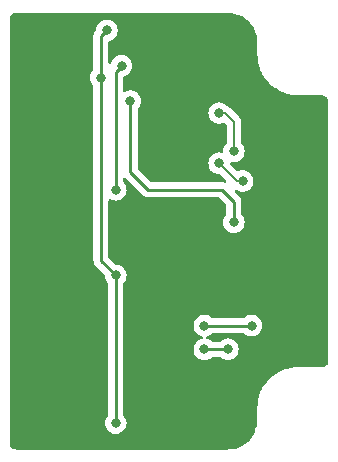
<source format=gbr>
%TF.GenerationSoftware,KiCad,Pcbnew,5.99.0-unknown-ad1ee958b0~131~ubuntu20.04.1*%
%TF.CreationDate,2021-09-09T23:45:53+08:00*%
%TF.ProjectId,di-mipi-lcd,64692d6d-6970-4692-9d6c-63642e6b6963,rev?*%
%TF.SameCoordinates,Original*%
%TF.FileFunction,Copper,L2,Bot*%
%TF.FilePolarity,Positive*%
%FSLAX46Y46*%
G04 Gerber Fmt 4.6, Leading zero omitted, Abs format (unit mm)*
G04 Created by KiCad (PCBNEW 5.99.0-unknown-ad1ee958b0~131~ubuntu20.04.1) date 2021-09-09 23:45:53*
%MOMM*%
%LPD*%
G01*
G04 APERTURE LIST*
%TA.AperFunction,ViaPad*%
%ADD10C,0.800000*%
%TD*%
%TA.AperFunction,Conductor*%
%ADD11C,0.250000*%
%TD*%
%TA.AperFunction,Conductor*%
%ADD12C,0.200000*%
%TD*%
G04 APERTURE END LIST*
D10*
%TO.N,GND*%
X134000000Y-123000000D03*
X134000000Y-105000000D03*
X150000000Y-134000000D03*
X156000000Y-117000000D03*
X149000000Y-105000000D03*
X151000000Y-101000000D03*
X147000000Y-105000000D03*
X137000000Y-121000000D03*
X156000000Y-115000000D03*
X134000000Y-109000000D03*
X137000000Y-123000000D03*
X147000000Y-132000000D03*
X134000000Y-111000000D03*
X134000000Y-117000000D03*
X147500000Y-122750000D03*
X156000000Y-123000000D03*
X156000000Y-113000000D03*
X147000000Y-134000000D03*
X156000000Y-119000000D03*
X134000000Y-121000000D03*
X134000000Y-131000000D03*
X137000000Y-119000000D03*
X151000000Y-103000000D03*
X151000000Y-105000000D03*
X150000000Y-132000000D03*
X134000000Y-119000000D03*
X134000000Y-103000000D03*
X156000000Y-111000000D03*
X156000000Y-121000000D03*
X137000000Y-125000000D03*
X134000000Y-107000000D03*
X143000000Y-134000000D03*
X134000000Y-125000000D03*
X137000000Y-117000000D03*
%TO.N,+3V3*%
X140500000Y-133250000D03*
X139250000Y-104000000D03*
X139750000Y-100000000D03*
X140500000Y-120750000D03*
%TO.N,/DSI-RST*%
X141750000Y-106000000D03*
X150500000Y-116250000D03*
%TO.N,/DSI-CKP*%
X149250000Y-107000000D03*
X150500000Y-110250000D03*
%TO.N,/DSI-DP0*%
X151250000Y-112750000D03*
X149250000Y-111250000D03*
%TO.N,/BL-PWM*%
X140500000Y-113500000D03*
X141000000Y-103000000D03*
%TO.N,/TP-SDA*%
X148000000Y-127000000D03*
X150000000Y-127000000D03*
%TO.N,/TP-RST*%
X148000000Y-125000000D03*
X152000000Y-125000000D03*
%TD*%
D11*
%TO.N,+3V3*%
X140500000Y-133250000D02*
X140500000Y-120750000D01*
X139250000Y-119500000D02*
X140500000Y-120750000D01*
X139250000Y-100500000D02*
X139750000Y-100000000D01*
X139250000Y-104000000D02*
X139250000Y-100500000D01*
X139250000Y-104000000D02*
X139250000Y-119500000D01*
%TO.N,/DSI-RST*%
X141750000Y-112000000D02*
X143250000Y-113500000D01*
X141750000Y-106000000D02*
X141750000Y-112000000D01*
X149500000Y-113500000D02*
X150500000Y-114500000D01*
X143250000Y-113500000D02*
X149500000Y-113500000D01*
X150500000Y-114500000D02*
X150500000Y-116250000D01*
D12*
%TO.N,/DSI-CKP*%
X149750000Y-107000000D02*
X150500000Y-107750000D01*
X150500000Y-107750000D02*
X150500000Y-110250000D01*
X149250000Y-107000000D02*
X149750000Y-107000000D01*
%TO.N,/DSI-DP0*%
X149250000Y-111250000D02*
X150750000Y-112750000D01*
X150750000Y-112750000D02*
X151250000Y-112750000D01*
D11*
%TO.N,/BL-PWM*%
X140500000Y-103500000D02*
X141000000Y-103000000D01*
X140500000Y-113500000D02*
X140500000Y-103500000D01*
%TO.N,/TP-SDA*%
X148000000Y-127000000D02*
X150000000Y-127000000D01*
%TO.N,/TP-RST*%
X148000000Y-125000000D02*
X152000000Y-125000000D01*
%TD*%
%TA.AperFunction,Conductor*%
%TO.N,GND*%
G36*
X149970057Y-98509500D02*
G01*
X149984858Y-98511805D01*
X149984861Y-98511805D01*
X149993730Y-98513186D01*
X150010899Y-98510941D01*
X150034839Y-98510108D01*
X150292770Y-98525710D01*
X150307874Y-98527544D01*
X150378648Y-98540514D01*
X150588879Y-98579040D01*
X150603641Y-98582678D01*
X150876408Y-98667675D01*
X150890627Y-98673069D01*
X151151140Y-98790316D01*
X151164609Y-98797385D01*
X151409095Y-98945182D01*
X151421617Y-98953825D01*
X151646507Y-99130016D01*
X151657895Y-99140106D01*
X151859894Y-99342105D01*
X151869984Y-99353493D01*
X152046175Y-99578383D01*
X152054818Y-99590905D01*
X152202615Y-99835391D01*
X152209684Y-99848860D01*
X152280661Y-100006565D01*
X152326930Y-100109370D01*
X152332325Y-100123592D01*
X152388314Y-100303266D01*
X152417321Y-100396353D01*
X152420960Y-100411121D01*
X152443812Y-100535819D01*
X152472456Y-100692126D01*
X152474290Y-100707230D01*
X152489455Y-100957929D01*
X152488198Y-100984639D01*
X152488195Y-100984859D01*
X152486814Y-100993730D01*
X152487978Y-101002632D01*
X152487978Y-101002635D01*
X152490936Y-101025251D01*
X152492000Y-101041589D01*
X152492000Y-101946793D01*
X152490254Y-101967697D01*
X152486929Y-101987461D01*
X152486776Y-102000000D01*
X152487467Y-102004828D01*
X152487475Y-102004947D01*
X152488575Y-102016417D01*
X152504681Y-102344259D01*
X152555256Y-102685202D01*
X152556006Y-102688196D01*
X152637467Y-103013406D01*
X152639005Y-103019547D01*
X152640042Y-103022446D01*
X152640045Y-103022455D01*
X152676622Y-103124679D01*
X152755122Y-103344073D01*
X152756438Y-103346856D01*
X152756442Y-103346865D01*
X152892592Y-103634729D01*
X152902489Y-103655654D01*
X152904072Y-103658295D01*
X153078098Y-103948641D01*
X153078104Y-103948650D01*
X153079687Y-103951291D01*
X153081530Y-103953776D01*
X153251805Y-104183365D01*
X153285009Y-104228136D01*
X153516478Y-104483522D01*
X153771864Y-104714991D01*
X153774347Y-104716832D01*
X153774350Y-104716835D01*
X153963905Y-104857418D01*
X154048709Y-104920313D01*
X154051350Y-104921896D01*
X154051359Y-104921902D01*
X154198254Y-105009947D01*
X154344346Y-105097511D01*
X154347125Y-105098825D01*
X154347128Y-105098827D01*
X154653135Y-105243558D01*
X154653144Y-105243562D01*
X154655927Y-105244878D01*
X154818190Y-105302937D01*
X154977545Y-105359955D01*
X154977554Y-105359958D01*
X154980453Y-105360995D01*
X154983449Y-105361745D01*
X154983454Y-105361747D01*
X155269644Y-105433434D01*
X155314798Y-105444744D01*
X155655741Y-105495319D01*
X155658827Y-105495471D01*
X155658831Y-105495471D01*
X155967828Y-105510651D01*
X155982544Y-105512244D01*
X155987461Y-105513071D01*
X155993959Y-105513150D01*
X155995141Y-105513165D01*
X155995145Y-105513165D01*
X156000000Y-105513224D01*
X156027588Y-105509273D01*
X156045451Y-105508000D01*
X157950673Y-105508000D01*
X157970057Y-105509500D01*
X157984858Y-105511805D01*
X157984862Y-105511805D01*
X157993731Y-105513186D01*
X158002633Y-105512022D01*
X158002637Y-105512022D01*
X158002733Y-105512009D01*
X158033170Y-105511738D01*
X158095375Y-105518746D01*
X158122882Y-105525024D01*
X158200071Y-105552034D01*
X158225491Y-105564276D01*
X158294738Y-105607787D01*
X158316797Y-105625379D01*
X158374621Y-105683203D01*
X158392213Y-105705262D01*
X158435724Y-105774509D01*
X158447966Y-105799930D01*
X158474975Y-105877117D01*
X158481254Y-105904624D01*
X158487522Y-105960251D01*
X158488305Y-105975897D01*
X158488196Y-105984855D01*
X158486814Y-105993729D01*
X158488493Y-106006565D01*
X158490936Y-106025250D01*
X158492000Y-106041588D01*
X158492000Y-127950673D01*
X158490500Y-127970057D01*
X158488195Y-127984858D01*
X158488195Y-127984862D01*
X158486814Y-127993731D01*
X158487978Y-128002633D01*
X158487978Y-128002637D01*
X158487991Y-128002733D01*
X158488262Y-128033170D01*
X158481254Y-128095375D01*
X158474975Y-128122885D01*
X158447966Y-128200071D01*
X158435724Y-128225491D01*
X158392213Y-128294738D01*
X158374621Y-128316797D01*
X158316797Y-128374621D01*
X158294738Y-128392213D01*
X158225491Y-128435724D01*
X158200070Y-128447966D01*
X158122883Y-128474975D01*
X158095376Y-128481254D01*
X158071428Y-128483952D01*
X158039744Y-128487522D01*
X158024103Y-128488305D01*
X158015145Y-128488196D01*
X158006271Y-128486814D01*
X157974750Y-128490936D01*
X157958412Y-128492000D01*
X156053207Y-128492000D01*
X156032303Y-128490254D01*
X156027304Y-128489413D01*
X156012539Y-128486929D01*
X156006419Y-128486854D01*
X156004867Y-128486835D01*
X156004862Y-128486835D01*
X156000000Y-128486776D01*
X155995172Y-128487467D01*
X155995053Y-128487475D01*
X155983583Y-128488575D01*
X155658831Y-128504529D01*
X155658827Y-128504529D01*
X155655741Y-128504681D01*
X155314798Y-128555256D01*
X155311803Y-128556006D01*
X155311804Y-128556006D01*
X154983454Y-128638253D01*
X154983449Y-128638255D01*
X154980453Y-128639005D01*
X154977554Y-128640042D01*
X154977545Y-128640045D01*
X154818190Y-128697063D01*
X154655927Y-128755122D01*
X154653144Y-128756438D01*
X154653135Y-128756442D01*
X154347128Y-128901173D01*
X154344346Y-128902489D01*
X154341704Y-128904072D01*
X154341705Y-128904072D01*
X154051359Y-129078098D01*
X154051350Y-129078104D01*
X154048709Y-129079687D01*
X154046224Y-129081530D01*
X153789606Y-129271851D01*
X153771864Y-129285009D01*
X153516478Y-129516478D01*
X153285009Y-129771864D01*
X153079687Y-130048709D01*
X153078104Y-130051350D01*
X153078098Y-130051359D01*
X152915440Y-130322739D01*
X152902489Y-130344346D01*
X152901175Y-130347125D01*
X152901173Y-130347128D01*
X152756442Y-130653135D01*
X152756438Y-130653144D01*
X152755122Y-130655927D01*
X152639005Y-130980453D01*
X152555256Y-131314798D01*
X152504681Y-131655741D01*
X152504529Y-131658827D01*
X152504529Y-131658831D01*
X152489349Y-131967828D01*
X152487756Y-131982544D01*
X152486929Y-131987461D01*
X152486776Y-132000000D01*
X152487466Y-132004815D01*
X152490727Y-132027588D01*
X152492000Y-132045451D01*
X152492000Y-132950672D01*
X152490500Y-132970056D01*
X152486814Y-132993730D01*
X152489059Y-133010897D01*
X152489892Y-133034839D01*
X152474290Y-133292770D01*
X152472456Y-133307874D01*
X152420962Y-133588873D01*
X152417322Y-133603641D01*
X152332326Y-133876404D01*
X152326931Y-133890627D01*
X152257993Y-134043803D01*
X152209686Y-134151136D01*
X152202615Y-134164609D01*
X152054818Y-134409095D01*
X152046175Y-134421617D01*
X151869984Y-134646507D01*
X151859894Y-134657895D01*
X151657895Y-134859894D01*
X151646507Y-134869984D01*
X151421617Y-135046175D01*
X151409095Y-135054818D01*
X151164609Y-135202615D01*
X151151140Y-135209684D01*
X150890630Y-135326930D01*
X150876408Y-135332325D01*
X150603641Y-135417322D01*
X150588879Y-135420960D01*
X150378648Y-135459486D01*
X150307874Y-135472456D01*
X150292770Y-135474290D01*
X150042071Y-135489455D01*
X150015361Y-135488198D01*
X150015141Y-135488195D01*
X150006270Y-135486814D01*
X149997368Y-135487978D01*
X149997365Y-135487978D01*
X149974749Y-135490936D01*
X149958411Y-135492000D01*
X132049327Y-135492000D01*
X132029943Y-135490500D01*
X132015142Y-135488195D01*
X132015138Y-135488195D01*
X132006269Y-135486814D01*
X131997367Y-135487978D01*
X131997363Y-135487978D01*
X131997267Y-135487991D01*
X131966830Y-135488262D01*
X131904625Y-135481254D01*
X131877118Y-135474976D01*
X131799928Y-135447966D01*
X131774509Y-135435724D01*
X131705262Y-135392213D01*
X131683203Y-135374621D01*
X131625379Y-135316797D01*
X131607787Y-135294738D01*
X131564276Y-135225491D01*
X131552034Y-135200070D01*
X131525025Y-135122883D01*
X131518746Y-135095376D01*
X131512478Y-135039749D01*
X131511695Y-135024103D01*
X131511804Y-135015145D01*
X131513186Y-135006271D01*
X131509064Y-134974749D01*
X131508000Y-134958412D01*
X131508000Y-104000000D01*
X138336496Y-104000000D01*
X138356458Y-104189928D01*
X138415473Y-104371556D01*
X138510960Y-104536944D01*
X138584137Y-104618215D01*
X138614853Y-104682221D01*
X138616500Y-104702524D01*
X138616500Y-119421233D01*
X138615973Y-119432416D01*
X138614298Y-119439909D01*
X138614547Y-119447835D01*
X138614547Y-119447836D01*
X138616438Y-119507986D01*
X138616500Y-119511945D01*
X138616500Y-119539856D01*
X138616997Y-119543790D01*
X138616997Y-119543791D01*
X138617005Y-119543856D01*
X138617938Y-119555693D01*
X138619327Y-119599889D01*
X138624978Y-119619339D01*
X138628987Y-119638700D01*
X138631526Y-119658797D01*
X138634445Y-119666168D01*
X138634445Y-119666170D01*
X138647804Y-119699912D01*
X138651649Y-119711142D01*
X138663982Y-119753593D01*
X138668015Y-119760412D01*
X138668017Y-119760417D01*
X138674293Y-119771028D01*
X138682988Y-119788776D01*
X138690448Y-119807617D01*
X138695110Y-119814033D01*
X138695110Y-119814034D01*
X138716436Y-119843387D01*
X138722952Y-119853307D01*
X138741040Y-119883891D01*
X138745458Y-119891362D01*
X138759779Y-119905683D01*
X138772619Y-119920716D01*
X138784528Y-119937107D01*
X138815541Y-119962763D01*
X138818605Y-119965298D01*
X138827384Y-119973288D01*
X139552878Y-120698782D01*
X139586904Y-120761094D01*
X139589092Y-120774703D01*
X139606458Y-120939928D01*
X139665473Y-121121556D01*
X139760960Y-121286944D01*
X139834137Y-121368215D01*
X139864853Y-121432221D01*
X139866500Y-121452524D01*
X139866500Y-132547476D01*
X139846498Y-132615597D01*
X139834142Y-132631779D01*
X139760960Y-132713056D01*
X139665473Y-132878444D01*
X139606458Y-133060072D01*
X139586496Y-133250000D01*
X139606458Y-133439928D01*
X139665473Y-133621556D01*
X139760960Y-133786944D01*
X139888747Y-133928866D01*
X140043248Y-134041118D01*
X140049276Y-134043802D01*
X140049278Y-134043803D01*
X140211681Y-134116109D01*
X140217712Y-134118794D01*
X140311113Y-134138647D01*
X140398056Y-134157128D01*
X140398061Y-134157128D01*
X140404513Y-134158500D01*
X140595487Y-134158500D01*
X140601939Y-134157128D01*
X140601944Y-134157128D01*
X140688887Y-134138647D01*
X140782288Y-134118794D01*
X140788319Y-134116109D01*
X140950722Y-134043803D01*
X140950724Y-134043802D01*
X140956752Y-134041118D01*
X141111253Y-133928866D01*
X141239040Y-133786944D01*
X141334527Y-133621556D01*
X141393542Y-133439928D01*
X141413504Y-133250000D01*
X141393542Y-133060072D01*
X141334527Y-132878444D01*
X141239040Y-132713056D01*
X141165863Y-132631785D01*
X141135147Y-132567779D01*
X141133500Y-132547476D01*
X141133500Y-125000000D01*
X147086496Y-125000000D01*
X147106458Y-125189928D01*
X147165473Y-125371556D01*
X147260960Y-125536944D01*
X147388747Y-125678866D01*
X147543248Y-125791118D01*
X147549276Y-125793802D01*
X147549278Y-125793803D01*
X147711681Y-125866109D01*
X147717712Y-125868794D01*
X147755156Y-125876753D01*
X147817629Y-125910482D01*
X147851951Y-125972631D01*
X147847223Y-126043470D01*
X147804947Y-126100508D01*
X147755156Y-126123247D01*
X147717712Y-126131206D01*
X147711682Y-126133891D01*
X147711681Y-126133891D01*
X147549278Y-126206197D01*
X147549276Y-126206198D01*
X147543248Y-126208882D01*
X147388747Y-126321134D01*
X147260960Y-126463056D01*
X147165473Y-126628444D01*
X147106458Y-126810072D01*
X147086496Y-127000000D01*
X147106458Y-127189928D01*
X147165473Y-127371556D01*
X147260960Y-127536944D01*
X147388747Y-127678866D01*
X147543248Y-127791118D01*
X147549276Y-127793802D01*
X147549278Y-127793803D01*
X147711681Y-127866109D01*
X147717712Y-127868794D01*
X147811112Y-127888647D01*
X147898056Y-127907128D01*
X147898061Y-127907128D01*
X147904513Y-127908500D01*
X148095487Y-127908500D01*
X148101939Y-127907128D01*
X148101944Y-127907128D01*
X148188888Y-127888647D01*
X148282288Y-127868794D01*
X148288319Y-127866109D01*
X148450722Y-127793803D01*
X148450724Y-127793802D01*
X148456752Y-127791118D01*
X148611253Y-127678866D01*
X148615668Y-127673963D01*
X148620580Y-127669540D01*
X148621705Y-127670789D01*
X148675014Y-127637949D01*
X148708200Y-127633500D01*
X149291800Y-127633500D01*
X149359921Y-127653502D01*
X149379147Y-127669843D01*
X149379420Y-127669540D01*
X149384332Y-127673963D01*
X149388747Y-127678866D01*
X149543248Y-127791118D01*
X149549276Y-127793802D01*
X149549278Y-127793803D01*
X149711681Y-127866109D01*
X149717712Y-127868794D01*
X149811112Y-127888647D01*
X149898056Y-127907128D01*
X149898061Y-127907128D01*
X149904513Y-127908500D01*
X150095487Y-127908500D01*
X150101939Y-127907128D01*
X150101944Y-127907128D01*
X150188888Y-127888647D01*
X150282288Y-127868794D01*
X150288319Y-127866109D01*
X150450722Y-127793803D01*
X150450724Y-127793802D01*
X150456752Y-127791118D01*
X150611253Y-127678866D01*
X150739040Y-127536944D01*
X150834527Y-127371556D01*
X150893542Y-127189928D01*
X150913504Y-127000000D01*
X150893542Y-126810072D01*
X150834527Y-126628444D01*
X150739040Y-126463056D01*
X150611253Y-126321134D01*
X150456752Y-126208882D01*
X150450724Y-126206198D01*
X150450722Y-126206197D01*
X150288319Y-126133891D01*
X150288318Y-126133891D01*
X150282288Y-126131206D01*
X150188887Y-126111353D01*
X150101944Y-126092872D01*
X150101939Y-126092872D01*
X150095487Y-126091500D01*
X149904513Y-126091500D01*
X149898061Y-126092872D01*
X149898056Y-126092872D01*
X149811113Y-126111353D01*
X149717712Y-126131206D01*
X149711682Y-126133891D01*
X149711681Y-126133891D01*
X149549278Y-126206197D01*
X149549276Y-126206198D01*
X149543248Y-126208882D01*
X149388747Y-126321134D01*
X149384332Y-126326037D01*
X149379420Y-126330460D01*
X149378295Y-126329211D01*
X149324986Y-126362051D01*
X149291800Y-126366500D01*
X148708200Y-126366500D01*
X148640079Y-126346498D01*
X148620853Y-126330157D01*
X148620580Y-126330460D01*
X148615668Y-126326037D01*
X148611253Y-126321134D01*
X148456752Y-126208882D01*
X148450724Y-126206198D01*
X148450722Y-126206197D01*
X148288319Y-126133891D01*
X148288318Y-126133891D01*
X148282288Y-126131206D01*
X148244844Y-126123247D01*
X148182371Y-126089518D01*
X148148049Y-126027369D01*
X148152777Y-125956530D01*
X148195053Y-125899492D01*
X148244844Y-125876753D01*
X148282288Y-125868794D01*
X148288319Y-125866109D01*
X148450722Y-125793803D01*
X148450724Y-125793802D01*
X148456752Y-125791118D01*
X148611253Y-125678866D01*
X148615668Y-125673963D01*
X148620580Y-125669540D01*
X148621705Y-125670789D01*
X148675014Y-125637949D01*
X148708200Y-125633500D01*
X151291800Y-125633500D01*
X151359921Y-125653502D01*
X151379147Y-125669843D01*
X151379420Y-125669540D01*
X151384332Y-125673963D01*
X151388747Y-125678866D01*
X151543248Y-125791118D01*
X151549276Y-125793802D01*
X151549278Y-125793803D01*
X151711681Y-125866109D01*
X151717712Y-125868794D01*
X151811112Y-125888647D01*
X151898056Y-125907128D01*
X151898061Y-125907128D01*
X151904513Y-125908500D01*
X152095487Y-125908500D01*
X152101939Y-125907128D01*
X152101944Y-125907128D01*
X152188888Y-125888647D01*
X152282288Y-125868794D01*
X152288319Y-125866109D01*
X152450722Y-125793803D01*
X152450724Y-125793802D01*
X152456752Y-125791118D01*
X152611253Y-125678866D01*
X152739040Y-125536944D01*
X152834527Y-125371556D01*
X152893542Y-125189928D01*
X152913504Y-125000000D01*
X152893542Y-124810072D01*
X152834527Y-124628444D01*
X152739040Y-124463056D01*
X152611253Y-124321134D01*
X152456752Y-124208882D01*
X152450724Y-124206198D01*
X152450722Y-124206197D01*
X152288319Y-124133891D01*
X152288318Y-124133891D01*
X152282288Y-124131206D01*
X152188887Y-124111353D01*
X152101944Y-124092872D01*
X152101939Y-124092872D01*
X152095487Y-124091500D01*
X151904513Y-124091500D01*
X151898061Y-124092872D01*
X151898056Y-124092872D01*
X151811113Y-124111353D01*
X151717712Y-124131206D01*
X151711682Y-124133891D01*
X151711681Y-124133891D01*
X151549278Y-124206197D01*
X151549276Y-124206198D01*
X151543248Y-124208882D01*
X151388747Y-124321134D01*
X151384332Y-124326037D01*
X151379420Y-124330460D01*
X151378295Y-124329211D01*
X151324986Y-124362051D01*
X151291800Y-124366500D01*
X148708200Y-124366500D01*
X148640079Y-124346498D01*
X148620853Y-124330157D01*
X148620580Y-124330460D01*
X148615668Y-124326037D01*
X148611253Y-124321134D01*
X148456752Y-124208882D01*
X148450724Y-124206198D01*
X148450722Y-124206197D01*
X148288319Y-124133891D01*
X148288318Y-124133891D01*
X148282288Y-124131206D01*
X148188887Y-124111353D01*
X148101944Y-124092872D01*
X148101939Y-124092872D01*
X148095487Y-124091500D01*
X147904513Y-124091500D01*
X147898061Y-124092872D01*
X147898056Y-124092872D01*
X147811113Y-124111353D01*
X147717712Y-124131206D01*
X147711682Y-124133891D01*
X147711681Y-124133891D01*
X147549278Y-124206197D01*
X147549276Y-124206198D01*
X147543248Y-124208882D01*
X147388747Y-124321134D01*
X147260960Y-124463056D01*
X147165473Y-124628444D01*
X147106458Y-124810072D01*
X147086496Y-125000000D01*
X141133500Y-125000000D01*
X141133500Y-121452524D01*
X141153502Y-121384403D01*
X141165858Y-121368221D01*
X141239040Y-121286944D01*
X141334527Y-121121556D01*
X141393542Y-120939928D01*
X141413504Y-120750000D01*
X141393542Y-120560072D01*
X141334527Y-120378444D01*
X141239040Y-120213056D01*
X141111253Y-120071134D01*
X140956752Y-119958882D01*
X140950724Y-119956198D01*
X140950722Y-119956197D01*
X140788319Y-119883891D01*
X140788318Y-119883891D01*
X140782288Y-119881206D01*
X140688887Y-119861353D01*
X140601944Y-119842872D01*
X140601939Y-119842872D01*
X140595487Y-119841500D01*
X140539595Y-119841500D01*
X140471474Y-119821498D01*
X140450499Y-119804595D01*
X139920404Y-119274499D01*
X139886379Y-119212187D01*
X139883500Y-119185404D01*
X139883500Y-114414017D01*
X139903502Y-114345896D01*
X139957158Y-114299403D01*
X140027432Y-114289299D01*
X140060749Y-114298910D01*
X140063418Y-114300098D01*
X140217712Y-114368794D01*
X140311113Y-114388647D01*
X140398056Y-114407128D01*
X140398061Y-114407128D01*
X140404513Y-114408500D01*
X140595487Y-114408500D01*
X140601939Y-114407128D01*
X140601944Y-114407128D01*
X140688887Y-114388647D01*
X140782288Y-114368794D01*
X140860817Y-114333831D01*
X140950722Y-114293803D01*
X140950724Y-114293802D01*
X140956752Y-114291118D01*
X141111253Y-114178866D01*
X141147852Y-114138219D01*
X141234621Y-114041852D01*
X141234622Y-114041851D01*
X141239040Y-114036944D01*
X141314053Y-113907018D01*
X141331223Y-113877279D01*
X141331224Y-113877278D01*
X141334527Y-113871556D01*
X141393542Y-113689928D01*
X141396990Y-113657128D01*
X141412814Y-113506565D01*
X141413504Y-113500000D01*
X141406028Y-113428866D01*
X141394232Y-113316635D01*
X141394232Y-113316633D01*
X141393542Y-113310072D01*
X141334527Y-113128444D01*
X141239040Y-112963056D01*
X141165863Y-112881785D01*
X141135147Y-112817779D01*
X141133500Y-112797476D01*
X141133500Y-112583594D01*
X141153502Y-112515473D01*
X141207158Y-112468980D01*
X141277432Y-112458876D01*
X141342012Y-112488370D01*
X141348595Y-112494499D01*
X142746343Y-113892247D01*
X142753887Y-113900537D01*
X142758000Y-113907018D01*
X142763777Y-113912443D01*
X142807667Y-113953658D01*
X142810509Y-113956413D01*
X142830230Y-113976134D01*
X142833425Y-113978612D01*
X142842447Y-113986318D01*
X142874679Y-114016586D01*
X142881628Y-114020406D01*
X142892432Y-114026346D01*
X142908956Y-114037199D01*
X142924959Y-114049613D01*
X142965543Y-114067176D01*
X142976173Y-114072383D01*
X143014940Y-114093695D01*
X143022617Y-114095666D01*
X143022622Y-114095668D01*
X143034558Y-114098732D01*
X143053266Y-114105137D01*
X143071855Y-114113181D01*
X143079680Y-114114420D01*
X143079682Y-114114421D01*
X143115519Y-114120097D01*
X143127140Y-114122504D01*
X143162289Y-114131528D01*
X143169970Y-114133500D01*
X143190231Y-114133500D01*
X143209940Y-114135051D01*
X143229943Y-114138219D01*
X143237835Y-114137473D01*
X143243062Y-114136979D01*
X143273954Y-114134059D01*
X143285811Y-114133500D01*
X149185406Y-114133500D01*
X149253527Y-114153502D01*
X149274501Y-114170405D01*
X149829595Y-114725499D01*
X149863621Y-114787811D01*
X149866500Y-114814594D01*
X149866500Y-115547476D01*
X149846498Y-115615597D01*
X149834142Y-115631779D01*
X149760960Y-115713056D01*
X149665473Y-115878444D01*
X149606458Y-116060072D01*
X149586496Y-116250000D01*
X149606458Y-116439928D01*
X149665473Y-116621556D01*
X149760960Y-116786944D01*
X149888747Y-116928866D01*
X150043248Y-117041118D01*
X150049276Y-117043802D01*
X150049278Y-117043803D01*
X150211681Y-117116109D01*
X150217712Y-117118794D01*
X150311112Y-117138647D01*
X150398056Y-117157128D01*
X150398061Y-117157128D01*
X150404513Y-117158500D01*
X150595487Y-117158500D01*
X150601939Y-117157128D01*
X150601944Y-117157128D01*
X150688888Y-117138647D01*
X150782288Y-117118794D01*
X150788319Y-117116109D01*
X150950722Y-117043803D01*
X150950724Y-117043802D01*
X150956752Y-117041118D01*
X151111253Y-116928866D01*
X151239040Y-116786944D01*
X151334527Y-116621556D01*
X151393542Y-116439928D01*
X151413504Y-116250000D01*
X151393542Y-116060072D01*
X151334527Y-115878444D01*
X151239040Y-115713056D01*
X151165863Y-115631785D01*
X151135147Y-115567779D01*
X151133500Y-115547476D01*
X151133500Y-114578768D01*
X151134027Y-114567585D01*
X151135702Y-114560092D01*
X151133562Y-114492001D01*
X151133500Y-114488044D01*
X151133500Y-114460144D01*
X151132996Y-114456153D01*
X151132063Y-114444311D01*
X151130923Y-114408036D01*
X151130674Y-114400111D01*
X151125021Y-114380652D01*
X151121012Y-114361293D01*
X151120846Y-114359983D01*
X151118474Y-114341203D01*
X151115558Y-114333837D01*
X151115556Y-114333831D01*
X151102200Y-114300098D01*
X151098355Y-114288868D01*
X151088230Y-114254017D01*
X151088230Y-114254016D01*
X151086019Y-114246407D01*
X151075705Y-114228966D01*
X151067008Y-114211213D01*
X151062472Y-114199758D01*
X151059552Y-114192383D01*
X151033563Y-114156612D01*
X151027047Y-114146692D01*
X151021303Y-114136979D01*
X151004542Y-114108638D01*
X150990221Y-114094317D01*
X150977380Y-114079283D01*
X150970131Y-114069306D01*
X150965472Y-114062893D01*
X150959368Y-114057843D01*
X150959363Y-114057838D01*
X150931402Y-114034707D01*
X150922622Y-114026717D01*
X150622640Y-113726735D01*
X150588614Y-113664423D01*
X150593679Y-113593608D01*
X150636226Y-113536772D01*
X150702746Y-113511961D01*
X150772120Y-113527052D01*
X150785794Y-113535703D01*
X150787902Y-113537235D01*
X150787909Y-113537239D01*
X150793248Y-113541118D01*
X150799276Y-113543802D01*
X150799278Y-113543803D01*
X150911143Y-113593608D01*
X150967712Y-113618794D01*
X151061112Y-113638647D01*
X151148056Y-113657128D01*
X151148061Y-113657128D01*
X151154513Y-113658500D01*
X151345487Y-113658500D01*
X151351939Y-113657128D01*
X151351944Y-113657128D01*
X151438888Y-113638647D01*
X151532288Y-113618794D01*
X151588857Y-113593608D01*
X151700722Y-113543803D01*
X151700724Y-113543802D01*
X151706752Y-113541118D01*
X151712097Y-113537235D01*
X151772382Y-113493435D01*
X151861253Y-113428866D01*
X151962306Y-113316635D01*
X151984621Y-113291852D01*
X151984622Y-113291851D01*
X151989040Y-113286944D01*
X152084527Y-113121556D01*
X152143542Y-112939928D01*
X152144537Y-112930467D01*
X152162814Y-112756565D01*
X152163504Y-112750000D01*
X152143542Y-112560072D01*
X152084527Y-112378444D01*
X151989040Y-112213056D01*
X151982175Y-112205431D01*
X151865675Y-112076045D01*
X151865674Y-112076044D01*
X151861253Y-112071134D01*
X151706752Y-111958882D01*
X151700724Y-111956198D01*
X151700722Y-111956197D01*
X151538319Y-111883891D01*
X151538318Y-111883891D01*
X151532288Y-111881206D01*
X151438888Y-111861353D01*
X151351944Y-111842872D01*
X151351939Y-111842872D01*
X151345487Y-111841500D01*
X151154513Y-111841500D01*
X151148061Y-111842872D01*
X151148056Y-111842872D01*
X151061113Y-111861353D01*
X150967712Y-111881206D01*
X150961682Y-111883891D01*
X150961681Y-111883891D01*
X150890475Y-111915594D01*
X150820108Y-111925028D01*
X150755811Y-111894922D01*
X150750131Y-111889582D01*
X150215781Y-111355232D01*
X150181755Y-111292920D01*
X150186820Y-111222105D01*
X150229367Y-111165269D01*
X150295887Y-111140458D01*
X150331073Y-111142890D01*
X150398056Y-111157128D01*
X150398061Y-111157128D01*
X150404513Y-111158500D01*
X150595487Y-111158500D01*
X150601939Y-111157128D01*
X150601944Y-111157128D01*
X150688888Y-111138647D01*
X150782288Y-111118794D01*
X150899440Y-111066635D01*
X150950722Y-111043803D01*
X150950724Y-111043802D01*
X150956752Y-111041118D01*
X151111253Y-110928866D01*
X151239040Y-110786944D01*
X151334527Y-110621556D01*
X151393542Y-110439928D01*
X151413504Y-110250000D01*
X151393542Y-110060072D01*
X151334527Y-109878444D01*
X151239040Y-109713056D01*
X151140864Y-109604020D01*
X151110146Y-109540013D01*
X151108500Y-109519710D01*
X151108500Y-107798136D01*
X151109578Y-107781690D01*
X151112672Y-107758188D01*
X151113750Y-107750000D01*
X151108500Y-107710122D01*
X151108500Y-107710115D01*
X151092838Y-107591150D01*
X151031524Y-107443125D01*
X151031524Y-107443124D01*
X150958477Y-107347928D01*
X150958474Y-107347925D01*
X150933987Y-107316013D01*
X150927432Y-107310983D01*
X150908621Y-107296548D01*
X150896230Y-107285681D01*
X150214315Y-106603766D01*
X150203448Y-106591375D01*
X150189013Y-106572563D01*
X150183987Y-106566013D01*
X150152075Y-106541526D01*
X150152072Y-106541523D01*
X150056876Y-106468476D01*
X149982814Y-106437798D01*
X149937397Y-106405700D01*
X149865668Y-106326037D01*
X149865666Y-106326036D01*
X149861253Y-106321134D01*
X149706752Y-106208882D01*
X149700724Y-106206198D01*
X149700722Y-106206197D01*
X149538319Y-106133891D01*
X149538318Y-106133891D01*
X149532288Y-106131206D01*
X149438888Y-106111353D01*
X149351944Y-106092872D01*
X149351939Y-106092872D01*
X149345487Y-106091500D01*
X149154513Y-106091500D01*
X149148061Y-106092872D01*
X149148056Y-106092872D01*
X149061113Y-106111353D01*
X148967712Y-106131206D01*
X148961682Y-106133891D01*
X148961681Y-106133891D01*
X148799278Y-106206197D01*
X148799276Y-106206198D01*
X148793248Y-106208882D01*
X148638747Y-106321134D01*
X148634326Y-106326044D01*
X148634325Y-106326045D01*
X148562604Y-106405700D01*
X148510960Y-106463056D01*
X148415473Y-106628444D01*
X148356458Y-106810072D01*
X148336496Y-107000000D01*
X148356458Y-107189928D01*
X148415473Y-107371556D01*
X148510960Y-107536944D01*
X148638747Y-107678866D01*
X148681767Y-107710122D01*
X148780272Y-107781690D01*
X148793248Y-107791118D01*
X148799276Y-107793802D01*
X148799278Y-107793803D01*
X148936905Y-107855078D01*
X148967712Y-107868794D01*
X149061112Y-107888647D01*
X149148056Y-107907128D01*
X149148061Y-107907128D01*
X149154513Y-107908500D01*
X149345487Y-107908500D01*
X149351939Y-107907128D01*
X149351944Y-107907128D01*
X149438888Y-107888647D01*
X149532288Y-107868794D01*
X149609525Y-107834406D01*
X149679892Y-107824972D01*
X149744189Y-107855078D01*
X149749869Y-107860418D01*
X149854595Y-107965144D01*
X149888621Y-108027456D01*
X149891500Y-108054239D01*
X149891500Y-109519710D01*
X149871498Y-109587831D01*
X149859136Y-109604020D01*
X149760960Y-109713056D01*
X149665473Y-109878444D01*
X149606458Y-110060072D01*
X149586496Y-110250000D01*
X149583541Y-110249689D01*
X149567184Y-110305398D01*
X149513528Y-110351891D01*
X149443254Y-110361995D01*
X149434989Y-110360524D01*
X149351944Y-110342872D01*
X149351939Y-110342872D01*
X149345487Y-110341500D01*
X149154513Y-110341500D01*
X149148061Y-110342872D01*
X149148056Y-110342872D01*
X149065013Y-110360524D01*
X148967712Y-110381206D01*
X148961682Y-110383891D01*
X148961681Y-110383891D01*
X148799278Y-110456197D01*
X148799276Y-110456198D01*
X148793248Y-110458882D01*
X148638747Y-110571134D01*
X148510960Y-110713056D01*
X148415473Y-110878444D01*
X148356458Y-111060072D01*
X148355768Y-111066633D01*
X148355768Y-111066635D01*
X148346257Y-111157128D01*
X148336496Y-111250000D01*
X148356458Y-111439928D01*
X148415473Y-111621556D01*
X148510960Y-111786944D01*
X148515378Y-111791851D01*
X148515379Y-111791852D01*
X148608184Y-111894922D01*
X148638747Y-111928866D01*
X148793248Y-112041118D01*
X148799276Y-112043802D01*
X148799278Y-112043803D01*
X148961681Y-112116109D01*
X148967712Y-112118794D01*
X149061112Y-112138647D01*
X149148056Y-112157128D01*
X149148061Y-112157128D01*
X149154513Y-112158500D01*
X149245761Y-112158500D01*
X149313882Y-112178502D01*
X149334856Y-112195405D01*
X149824786Y-112685335D01*
X149858812Y-112747647D01*
X149853747Y-112818462D01*
X149811200Y-112875298D01*
X149744680Y-112900109D01*
X149693266Y-112891363D01*
X149693029Y-112892178D01*
X149685930Y-112890115D01*
X149685654Y-112890068D01*
X149678145Y-112886819D01*
X149670322Y-112885580D01*
X149670312Y-112885577D01*
X149634476Y-112879901D01*
X149622856Y-112877495D01*
X149587711Y-112868472D01*
X149587710Y-112868472D01*
X149580030Y-112866500D01*
X149559776Y-112866500D01*
X149540065Y-112864949D01*
X149527886Y-112863020D01*
X149520057Y-112861780D01*
X149512165Y-112862526D01*
X149476039Y-112865941D01*
X149464181Y-112866500D01*
X143564595Y-112866500D01*
X143496474Y-112846498D01*
X143475500Y-112829595D01*
X142420405Y-111774500D01*
X142386379Y-111712188D01*
X142383500Y-111685405D01*
X142383500Y-106702524D01*
X142403502Y-106634403D01*
X142415858Y-106618221D01*
X142489040Y-106536944D01*
X142584527Y-106371556D01*
X142643542Y-106189928D01*
X142663504Y-106000000D01*
X142643542Y-105810072D01*
X142584527Y-105628444D01*
X142553130Y-105574062D01*
X142521193Y-105518746D01*
X142489040Y-105463056D01*
X142407012Y-105371954D01*
X142365675Y-105326045D01*
X142365674Y-105326044D01*
X142361253Y-105321134D01*
X142262157Y-105249136D01*
X142212094Y-105212763D01*
X142212093Y-105212762D01*
X142206752Y-105208882D01*
X142200724Y-105206198D01*
X142200722Y-105206197D01*
X142038319Y-105133891D01*
X142038318Y-105133891D01*
X142032288Y-105131206D01*
X141938888Y-105111353D01*
X141851944Y-105092872D01*
X141851939Y-105092872D01*
X141845487Y-105091500D01*
X141654513Y-105091500D01*
X141648061Y-105092872D01*
X141648056Y-105092872D01*
X141561112Y-105111353D01*
X141467712Y-105131206D01*
X141461682Y-105133891D01*
X141461681Y-105133891D01*
X141310749Y-105201090D01*
X141240382Y-105210524D01*
X141176085Y-105180417D01*
X141138271Y-105120329D01*
X141133500Y-105085983D01*
X141133500Y-104002453D01*
X141153502Y-103934332D01*
X141207158Y-103887839D01*
X141233302Y-103879206D01*
X141282288Y-103868794D01*
X141399440Y-103816635D01*
X141450722Y-103793803D01*
X141450724Y-103793802D01*
X141456752Y-103791118D01*
X141611253Y-103678866D01*
X141739040Y-103536944D01*
X141834527Y-103371556D01*
X141893542Y-103189928D01*
X141913504Y-103000000D01*
X141893542Y-102810072D01*
X141834527Y-102628444D01*
X141739040Y-102463056D01*
X141611253Y-102321134D01*
X141456752Y-102208882D01*
X141450724Y-102206198D01*
X141450722Y-102206197D01*
X141288319Y-102133891D01*
X141288318Y-102133891D01*
X141282288Y-102131206D01*
X141188887Y-102111353D01*
X141101944Y-102092872D01*
X141101939Y-102092872D01*
X141095487Y-102091500D01*
X140904513Y-102091500D01*
X140898061Y-102092872D01*
X140898056Y-102092872D01*
X140811112Y-102111353D01*
X140717712Y-102131206D01*
X140711682Y-102133891D01*
X140711681Y-102133891D01*
X140549278Y-102206197D01*
X140549276Y-102206198D01*
X140543248Y-102208882D01*
X140388747Y-102321134D01*
X140260960Y-102463056D01*
X140165473Y-102628444D01*
X140163431Y-102634729D01*
X140129333Y-102739671D01*
X140089259Y-102798277D01*
X140023863Y-102825914D01*
X139953906Y-102813807D01*
X139901600Y-102765801D01*
X139883500Y-102700735D01*
X139883500Y-101002453D01*
X139903502Y-100934332D01*
X139957158Y-100887839D01*
X139983302Y-100879206D01*
X140032288Y-100868794D01*
X140038319Y-100866109D01*
X140200722Y-100793803D01*
X140200724Y-100793802D01*
X140206752Y-100791118D01*
X140361253Y-100678866D01*
X140489040Y-100536944D01*
X140566011Y-100403626D01*
X140581223Y-100377279D01*
X140581224Y-100377278D01*
X140584527Y-100371556D01*
X140643542Y-100189928D01*
X140654737Y-100083419D01*
X140662814Y-100006565D01*
X140663504Y-100000000D01*
X140643542Y-99810072D01*
X140584527Y-99628444D01*
X140489040Y-99463056D01*
X140361253Y-99321134D01*
X140206752Y-99208882D01*
X140200724Y-99206198D01*
X140200722Y-99206197D01*
X140038319Y-99133891D01*
X140038318Y-99133891D01*
X140032288Y-99131206D01*
X139938888Y-99111353D01*
X139851944Y-99092872D01*
X139851939Y-99092872D01*
X139845487Y-99091500D01*
X139654513Y-99091500D01*
X139648061Y-99092872D01*
X139648056Y-99092872D01*
X139561112Y-99111353D01*
X139467712Y-99131206D01*
X139461682Y-99133891D01*
X139461681Y-99133891D01*
X139299278Y-99206197D01*
X139299276Y-99206198D01*
X139293248Y-99208882D01*
X139138747Y-99321134D01*
X139010960Y-99463056D01*
X138915473Y-99628444D01*
X138856458Y-99810072D01*
X138855769Y-99816631D01*
X138855768Y-99816634D01*
X138839164Y-99974615D01*
X138812151Y-100040271D01*
X138805705Y-100047695D01*
X138796356Y-100057651D01*
X138793600Y-100060495D01*
X138773865Y-100080230D01*
X138771385Y-100083427D01*
X138763682Y-100092447D01*
X138733414Y-100124679D01*
X138729595Y-100131625D01*
X138729593Y-100131628D01*
X138723652Y-100142434D01*
X138712801Y-100158953D01*
X138700386Y-100174959D01*
X138697241Y-100182228D01*
X138697238Y-100182232D01*
X138682826Y-100215537D01*
X138677609Y-100226187D01*
X138656305Y-100264940D01*
X138654334Y-100272615D01*
X138654334Y-100272616D01*
X138651267Y-100284562D01*
X138644863Y-100303266D01*
X138636819Y-100321855D01*
X138635580Y-100329678D01*
X138635577Y-100329688D01*
X138629901Y-100365524D01*
X138627495Y-100377144D01*
X138620696Y-100403626D01*
X138616500Y-100419970D01*
X138616500Y-100440224D01*
X138614949Y-100459934D01*
X138611780Y-100479943D01*
X138612526Y-100487835D01*
X138615941Y-100523961D01*
X138616500Y-100535819D01*
X138616500Y-103297476D01*
X138596498Y-103365597D01*
X138584142Y-103381779D01*
X138510960Y-103463056D01*
X138415473Y-103628444D01*
X138356458Y-103810072D01*
X138355768Y-103816633D01*
X138355768Y-103816635D01*
X138350568Y-103866109D01*
X138336496Y-104000000D01*
X131508000Y-104000000D01*
X131508000Y-99049327D01*
X131509500Y-99029943D01*
X131511805Y-99015142D01*
X131511805Y-99015138D01*
X131513186Y-99006269D01*
X131512022Y-98997367D01*
X131512022Y-98997363D01*
X131512009Y-98997267D01*
X131511738Y-98966830D01*
X131518746Y-98904625D01*
X131525025Y-98877115D01*
X131552034Y-98799929D01*
X131564276Y-98774509D01*
X131607787Y-98705262D01*
X131625379Y-98683203D01*
X131683203Y-98625379D01*
X131705262Y-98607787D01*
X131774509Y-98564276D01*
X131799930Y-98552034D01*
X131877117Y-98525025D01*
X131904624Y-98518746D01*
X131928572Y-98516048D01*
X131960256Y-98512478D01*
X131975897Y-98511695D01*
X131984855Y-98511804D01*
X131993729Y-98513186D01*
X132025251Y-98509064D01*
X132041588Y-98508000D01*
X149950672Y-98508000D01*
X149970057Y-98509500D01*
G37*
%TD.AperFunction*%
%TD*%
M02*

</source>
